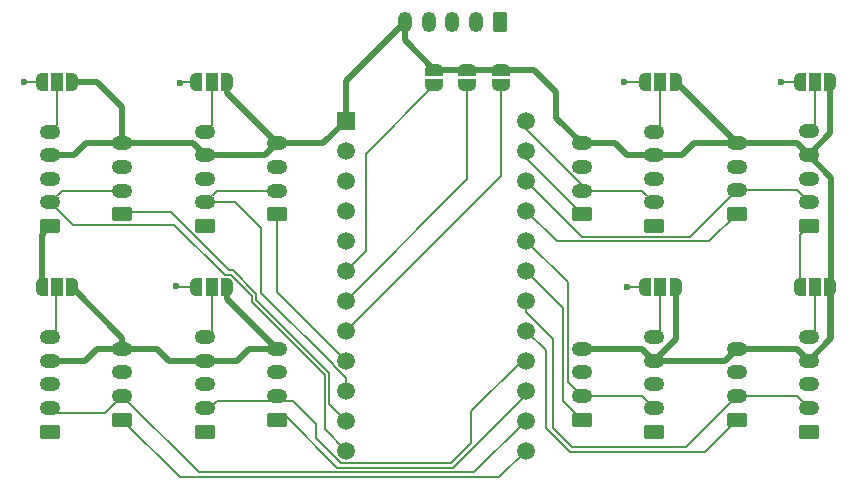
<source format=gbr>
%TF.GenerationSoftware,KiCad,Pcbnew,8.0.5*%
%TF.CreationDate,2025-12-20T23:08:16+05:30*%
%TF.ProjectId,I2C_MUX,4932435f-4d55-4582-9e6b-696361645f70,rev?*%
%TF.SameCoordinates,Original*%
%TF.FileFunction,Copper,L1,Top*%
%TF.FilePolarity,Positive*%
%FSLAX46Y46*%
G04 Gerber Fmt 4.6, Leading zero omitted, Abs format (unit mm)*
G04 Created by KiCad (PCBNEW 8.0.5) date 2025-12-20 23:08:16*
%MOMM*%
%LPD*%
G01*
G04 APERTURE LIST*
G04 Aperture macros list*
%AMRoundRect*
0 Rectangle with rounded corners*
0 $1 Rounding radius*
0 $2 $3 $4 $5 $6 $7 $8 $9 X,Y pos of 4 corners*
0 Add a 4 corners polygon primitive as box body*
4,1,4,$2,$3,$4,$5,$6,$7,$8,$9,$2,$3,0*
0 Add four circle primitives for the rounded corners*
1,1,$1+$1,$2,$3*
1,1,$1+$1,$4,$5*
1,1,$1+$1,$6,$7*
1,1,$1+$1,$8,$9*
0 Add four rect primitives between the rounded corners*
20,1,$1+$1,$2,$3,$4,$5,0*
20,1,$1+$1,$4,$5,$6,$7,0*
20,1,$1+$1,$6,$7,$8,$9,0*
20,1,$1+$1,$8,$9,$2,$3,0*%
%AMFreePoly0*
4,1,19,0.550000,-0.750000,0.000000,-0.750000,0.000000,-0.744911,-0.071157,-0.744911,-0.207708,-0.704816,-0.327430,-0.627875,-0.420627,-0.520320,-0.479746,-0.390866,-0.500000,-0.250000,-0.500000,0.250000,-0.479746,0.390866,-0.420627,0.520320,-0.327430,0.627875,-0.207708,0.704816,-0.071157,0.744911,0.000000,0.744911,0.000000,0.750000,0.550000,0.750000,0.550000,-0.750000,0.550000,-0.750000,
$1*%
%AMFreePoly1*
4,1,19,0.000000,0.744911,0.071157,0.744911,0.207708,0.704816,0.327430,0.627875,0.420627,0.520320,0.479746,0.390866,0.500000,0.250000,0.500000,-0.250000,0.479746,-0.390866,0.420627,-0.520320,0.327430,-0.627875,0.207708,-0.704816,0.071157,-0.744911,0.000000,-0.744911,0.000000,-0.750000,-0.550000,-0.750000,-0.550000,0.750000,0.000000,0.750000,0.000000,0.744911,0.000000,0.744911,
$1*%
%AMFreePoly2*
4,1,19,0.500000,-0.750000,0.000000,-0.750000,0.000000,-0.744911,-0.071157,-0.744911,-0.207708,-0.704816,-0.327430,-0.627875,-0.420627,-0.520320,-0.479746,-0.390866,-0.500000,-0.250000,-0.500000,0.250000,-0.479746,0.390866,-0.420627,0.520320,-0.327430,0.627875,-0.207708,0.704816,-0.071157,0.744911,0.000000,0.744911,0.000000,0.750000,0.500000,0.750000,0.500000,-0.750000,0.500000,-0.750000,
$1*%
%AMFreePoly3*
4,1,19,0.000000,0.744911,0.071157,0.744911,0.207708,0.704816,0.327430,0.627875,0.420627,0.520320,0.479746,0.390866,0.500000,0.250000,0.500000,-0.250000,0.479746,-0.390866,0.420627,-0.520320,0.327430,-0.627875,0.207708,-0.704816,0.071157,-0.744911,0.000000,-0.744911,0.000000,-0.750000,-0.500000,-0.750000,-0.500000,0.750000,0.000000,0.750000,0.000000,0.744911,0.000000,0.744911,
$1*%
G04 Aperture macros list end*
%TA.AperFunction,SMDPad,CuDef*%
%ADD10FreePoly0,0.000000*%
%TD*%
%TA.AperFunction,SMDPad,CuDef*%
%ADD11R,1.000000X1.500000*%
%TD*%
%TA.AperFunction,SMDPad,CuDef*%
%ADD12FreePoly1,0.000000*%
%TD*%
%TA.AperFunction,ComponentPad*%
%ADD13RoundRect,0.250000X0.350000X0.625000X-0.350000X0.625000X-0.350000X-0.625000X0.350000X-0.625000X0*%
%TD*%
%TA.AperFunction,ComponentPad*%
%ADD14O,1.200000X1.750000*%
%TD*%
%TA.AperFunction,ComponentPad*%
%ADD15RoundRect,0.250000X0.625000X-0.350000X0.625000X0.350000X-0.625000X0.350000X-0.625000X-0.350000X0*%
%TD*%
%TA.AperFunction,ComponentPad*%
%ADD16O,1.750000X1.200000*%
%TD*%
%TA.AperFunction,SMDPad,CuDef*%
%ADD17FreePoly2,270.000000*%
%TD*%
%TA.AperFunction,SMDPad,CuDef*%
%ADD18FreePoly3,270.000000*%
%TD*%
%TA.AperFunction,ComponentPad*%
%ADD19R,1.508000X1.508000*%
%TD*%
%TA.AperFunction,ComponentPad*%
%ADD20C,1.508000*%
%TD*%
%TA.AperFunction,ViaPad*%
%ADD21C,0.600000*%
%TD*%
%TA.AperFunction,Conductor*%
%ADD22C,0.200000*%
%TD*%
%TA.AperFunction,Conductor*%
%ADD23C,0.500000*%
%TD*%
G04 APERTURE END LIST*
D10*
%TO.P,DIR2,1,A*%
%TO.N,GND*%
X109880000Y-67449500D03*
D11*
%TO.P,DIR2,2,C*%
%TO.N,/DIR2*%
X111180000Y-67449500D03*
D12*
%TO.P,DIR2,3,B*%
%TO.N,VCC*%
X112480000Y-67449500D03*
%TD*%
D13*
%TO.P,J1,1,Pin_1*%
%TO.N,/RST*%
X148670000Y-62390000D03*
D14*
%TO.P,J1,2,Pin_2*%
%TO.N,/SCL*%
X146670000Y-62390000D03*
%TO.P,J1,3,Pin_3*%
%TO.N,/SDA*%
X144670000Y-62390000D03*
%TO.P,J1,4,Pin_4*%
%TO.N,GND*%
X142670000Y-62390000D03*
%TO.P,J1,5,Pin_5*%
%TO.N,VCC*%
X140670000Y-62390000D03*
%TD*%
D15*
%TO.P,EN3,1,Pin_1*%
%TO.N,GND*%
X110630000Y-97050000D03*
D16*
%TO.P,EN3,2,Pin_2*%
%TO.N,/SCL2*%
X110630000Y-95050000D03*
%TO.P,EN3,3,Pin_3*%
%TO.N,/SDA2*%
X110630000Y-93050000D03*
%TO.P,EN3,4,Pin_4*%
%TO.N,VCC*%
X110630000Y-91050000D03*
%TO.P,EN3,5,Pin_5*%
%TO.N,/DIR3*%
X110630000Y-89050000D03*
%TD*%
D15*
%TO.P,IMU2,1,Pin_1*%
%TO.N,/SDA1*%
X116730000Y-78650000D03*
D16*
%TO.P,IMU2,2,Pin_2*%
%TO.N,/SCL1*%
X116730000Y-76650000D03*
%TO.P,IMU2,3,Pin_3*%
%TO.N,GND*%
X116730000Y-74650000D03*
%TO.P,IMU2,4,Pin_4*%
%TO.N,VCC*%
X116730000Y-72650000D03*
%TD*%
D10*
%TO.P,DIR7,1,A*%
%TO.N,GND*%
X174070000Y-67449500D03*
D11*
%TO.P,DIR7,2,C*%
%TO.N,/DIR7*%
X175370000Y-67449500D03*
D12*
%TO.P,DIR7,3,B*%
%TO.N,VCC*%
X176670000Y-67449500D03*
%TD*%
D15*
%TO.P,IMU5,1,Pin_1*%
%TO.N,/SDA4*%
X168720000Y-96050000D03*
D16*
%TO.P,IMU5,2,Pin_2*%
%TO.N,/SCL4*%
X168720000Y-94050000D03*
%TO.P,IMU5,3,Pin_3*%
%TO.N,GND*%
X168720000Y-92050000D03*
%TO.P,IMU5,4,Pin_4*%
%TO.N,VCC*%
X168720000Y-90050000D03*
%TD*%
D10*
%TO.P,DIR4,1,A*%
%TO.N,GND*%
X122980000Y-84849500D03*
D11*
%TO.P,DIR4,2,C*%
%TO.N,/DIR4*%
X124280000Y-84849500D03*
D12*
%TO.P,DIR4,3,B*%
%TO.N,VCC*%
X125580000Y-84849500D03*
%TD*%
D10*
%TO.P,DIR8,1,A*%
%TO.N,GND*%
X160970000Y-67449500D03*
D11*
%TO.P,DIR8,2,C*%
%TO.N,/DIR8*%
X162270000Y-67449500D03*
D12*
%TO.P,DIR8,3,B*%
%TO.N,VCC*%
X163570000Y-67449500D03*
%TD*%
D10*
%TO.P,DIR6,1,A*%
%TO.N,GND*%
X160970000Y-84849500D03*
D11*
%TO.P,DIR6,2,C*%
%TO.N,/DIR6*%
X162270000Y-84849500D03*
D12*
%TO.P,DIR6,3,B*%
%TO.N,VCC*%
X163570000Y-84849500D03*
%TD*%
D15*
%TO.P,EN7,1,Pin_1*%
%TO.N,GND*%
X174820000Y-79640000D03*
D16*
%TO.P,EN7,2,Pin_2*%
%TO.N,/SCL6*%
X174820000Y-77640000D03*
%TO.P,EN7,3,Pin_3*%
%TO.N,/SDA6*%
X174820000Y-75640000D03*
%TO.P,EN7,4,Pin_4*%
%TO.N,VCC*%
X174820000Y-73640000D03*
%TO.P,EN7,5,Pin_5*%
%TO.N,/DIR7*%
X174820000Y-71640000D03*
%TD*%
D15*
%TO.P,IMU3,1,Pin_1*%
%TO.N,/SDA2*%
X116730000Y-96050000D03*
D16*
%TO.P,IMU3,2,Pin_2*%
%TO.N,/SCL2*%
X116730000Y-94050000D03*
%TO.P,IMU3,3,Pin_3*%
%TO.N,GND*%
X116730000Y-92050000D03*
%TO.P,IMU3,4,Pin_4*%
%TO.N,VCC*%
X116730000Y-90050000D03*
%TD*%
D15*
%TO.P,EN8,1,Pin_1*%
%TO.N,GND*%
X161720000Y-79650000D03*
D16*
%TO.P,EN8,2,Pin_2*%
%TO.N,/SCL7*%
X161720000Y-77650000D03*
%TO.P,EN8,3,Pin_3*%
%TO.N,/SDA7*%
X161720000Y-75650000D03*
%TO.P,EN8,4,Pin_4*%
%TO.N,VCC*%
X161720000Y-73650000D03*
%TO.P,EN8,5,Pin_5*%
%TO.N,/DIR8*%
X161720000Y-71650000D03*
%TD*%
D17*
%TO.P,A1,1,A*%
%TO.N,VCC*%
X145940000Y-66410000D03*
D18*
%TO.P,A1,2,B*%
%TO.N,Net-(JP2-B)*%
X145940000Y-67710000D03*
%TD*%
D15*
%TO.P,EN4,1,Pin_1*%
%TO.N,GND*%
X123730000Y-97050000D03*
D16*
%TO.P,EN4,2,Pin_2*%
%TO.N,/SCL3*%
X123730000Y-95050000D03*
%TO.P,EN4,3,Pin_3*%
%TO.N,/SDA3*%
X123730000Y-93050000D03*
%TO.P,EN4,4,Pin_4*%
%TO.N,VCC*%
X123730000Y-91050000D03*
%TO.P,EN4,5,Pin_5*%
%TO.N,/DIR4*%
X123730000Y-89050000D03*
%TD*%
D15*
%TO.P,IMU7,1,Pin_1*%
%TO.N,/SDA6*%
X168720000Y-78630000D03*
D16*
%TO.P,IMU7,2,Pin_2*%
%TO.N,/SCL6*%
X168720000Y-76630000D03*
%TO.P,IMU7,3,Pin_3*%
%TO.N,GND*%
X168720000Y-74630000D03*
%TO.P,IMU7,4,Pin_4*%
%TO.N,VCC*%
X168720000Y-72630000D03*
%TD*%
D10*
%TO.P,DIR1,1,A*%
%TO.N,GND*%
X122980000Y-67449500D03*
D11*
%TO.P,DIR1,2,C*%
%TO.N,/DIR1*%
X124280000Y-67449500D03*
D12*
%TO.P,DIR1,3,B*%
%TO.N,VCC*%
X125580000Y-67449500D03*
%TD*%
D15*
%TO.P,IMU6,1,Pin_1*%
%TO.N,/SDA5*%
X155620000Y-96050000D03*
D16*
%TO.P,IMU6,2,Pin_2*%
%TO.N,/SCL5*%
X155620000Y-94050000D03*
%TO.P,IMU6,3,Pin_3*%
%TO.N,GND*%
X155620000Y-92050000D03*
%TO.P,IMU6,4,Pin_4*%
%TO.N,VCC*%
X155620000Y-90050000D03*
%TD*%
D17*
%TO.P,A0,1,A*%
%TO.N,VCC*%
X143140000Y-66410000D03*
D18*
%TO.P,A0,2,B*%
%TO.N,Net-(JP1-B)*%
X143140000Y-67710000D03*
%TD*%
D10*
%TO.P,DIR3,1,A*%
%TO.N,GND*%
X109880000Y-84849500D03*
D11*
%TO.P,DIR3,2,C*%
%TO.N,/DIR3*%
X111180000Y-84849500D03*
D12*
%TO.P,DIR3,3,B*%
%TO.N,VCC*%
X112480000Y-84849500D03*
%TD*%
D15*
%TO.P,EN6,1,Pin_1*%
%TO.N,GND*%
X161720000Y-97050000D03*
D16*
%TO.P,EN6,2,Pin_2*%
%TO.N,/SCL5*%
X161720000Y-95050000D03*
%TO.P,EN6,3,Pin_3*%
%TO.N,/SDA5*%
X161720000Y-93050000D03*
%TO.P,EN6,4,Pin_4*%
%TO.N,VCC*%
X161720000Y-91050000D03*
%TO.P,EN6,5,Pin_5*%
%TO.N,/DIR6*%
X161720000Y-89050000D03*
%TD*%
D15*
%TO.P,IMU8,1,Pin_1*%
%TO.N,/SDA7*%
X155620000Y-78650000D03*
D16*
%TO.P,IMU8,2,Pin_2*%
%TO.N,/SCL7*%
X155620000Y-76650000D03*
%TO.P,IMU8,3,Pin_3*%
%TO.N,GND*%
X155620000Y-74650000D03*
%TO.P,IMU8,4,Pin_4*%
%TO.N,VCC*%
X155620000Y-72650000D03*
%TD*%
D19*
%TO.P,U1,1,VIN*%
%TO.N,VCC*%
X135660000Y-70720000D03*
D20*
%TO.P,U1,2,GND*%
%TO.N,GND*%
X135660000Y-73260000D03*
%TO.P,U1,3,SDA*%
%TO.N,/SDA*%
X135660000Y-75800000D03*
%TO.P,U1,4,SCL*%
%TO.N,/SCL*%
X135660000Y-78340000D03*
%TO.P,U1,5,RST*%
%TO.N,/RST*%
X135660000Y-80880000D03*
%TO.P,U1,6,A0*%
%TO.N,Net-(JP1-B)*%
X135660000Y-83420000D03*
%TO.P,U1,7,A1*%
%TO.N,Net-(JP2-B)*%
X135660000Y-85960000D03*
%TO.P,U1,8,A2*%
%TO.N,Net-(JP3-B)*%
X135660000Y-88500000D03*
%TO.P,U1,9,SDA0*%
%TO.N,/SDA0*%
X135660000Y-91040000D03*
%TO.P,U1,10,SCL0*%
%TO.N,/SCL0*%
X135660000Y-93580000D03*
%TO.P,U1,11,SDA1*%
%TO.N,/SDA1*%
X135660000Y-96120000D03*
%TO.P,U1,12,SCL1*%
%TO.N,/SCL1*%
X135660000Y-98660000D03*
%TO.P,U1,13,SDA2*%
%TO.N,/SDA2*%
X150900000Y-98660000D03*
%TO.P,U1,14,SCL2*%
%TO.N,/SCL2*%
X150900000Y-96120000D03*
%TO.P,U1,15,SDA3*%
%TO.N,/SDA3*%
X150900000Y-93580000D03*
%TO.P,U1,16,SCL3*%
%TO.N,/SCL3*%
X150900000Y-91040000D03*
%TO.P,U1,17,SDA4*%
%TO.N,/SDA4*%
X150900000Y-88500000D03*
%TO.P,U1,18,SCL4*%
%TO.N,/SCL4*%
X150900000Y-85960000D03*
%TO.P,U1,19,SDA5*%
%TO.N,/SDA5*%
X150900000Y-83420000D03*
%TO.P,U1,20,SCL5*%
%TO.N,/SCL5*%
X150900000Y-80880000D03*
%TO.P,U1,21,SDA6*%
%TO.N,/SDA6*%
X150900000Y-78340000D03*
%TO.P,U1,22,SCL6*%
%TO.N,/SCL6*%
X150900000Y-75800000D03*
%TO.P,U1,23,SDA7*%
%TO.N,/SDA7*%
X150900000Y-73260000D03*
%TO.P,U1,24,SCL7*%
%TO.N,/SCL7*%
X150900000Y-70720000D03*
%TD*%
D15*
%TO.P,IMU4,1,Pin_1*%
%TO.N,/SDA3*%
X129830000Y-96050000D03*
D16*
%TO.P,IMU4,2,Pin_2*%
%TO.N,/SCL3*%
X129830000Y-94050000D03*
%TO.P,IMU4,3,Pin_3*%
%TO.N,GND*%
X129830000Y-92050000D03*
%TO.P,IMU4,4,Pin_4*%
%TO.N,VCC*%
X129830000Y-90050000D03*
%TD*%
D15*
%TO.P,EN1,1,Pin_1*%
%TO.N,GND*%
X123730000Y-79650000D03*
D16*
%TO.P,EN1,2,Pin_2*%
%TO.N,/SCL0*%
X123730000Y-77650000D03*
%TO.P,EN1,3,Pin_3*%
%TO.N,/SDA0*%
X123730000Y-75650000D03*
%TO.P,EN1,4,Pin_4*%
%TO.N,VCC*%
X123730000Y-73650000D03*
%TO.P,EN1,5,Pin_5*%
%TO.N,/DIR1*%
X123730000Y-71650000D03*
%TD*%
D10*
%TO.P,DIR5,1,A*%
%TO.N,GND*%
X174070000Y-84849500D03*
D11*
%TO.P,DIR5,2,C*%
%TO.N,/DIR5*%
X175370000Y-84849500D03*
D12*
%TO.P,DIR5,3,B*%
%TO.N,VCC*%
X176670000Y-84849500D03*
%TD*%
D17*
%TO.P,A2,1,A*%
%TO.N,VCC*%
X148740000Y-66410000D03*
D18*
%TO.P,A2,2,B*%
%TO.N,Net-(JP3-B)*%
X148740000Y-67710000D03*
%TD*%
D15*
%TO.P,EN2,1,Pin_1*%
%TO.N,GND*%
X110630000Y-79650000D03*
D16*
%TO.P,EN2,2,Pin_2*%
%TO.N,/SCL1*%
X110630000Y-77650000D03*
%TO.P,EN2,3,Pin_3*%
%TO.N,/SDA1*%
X110630000Y-75650000D03*
%TO.P,EN2,4,Pin_4*%
%TO.N,VCC*%
X110630000Y-73650000D03*
%TO.P,EN2,5,Pin_5*%
%TO.N,/DIR2*%
X110630000Y-71650000D03*
%TD*%
D15*
%TO.P,EN5,1,Pin_1*%
%TO.N,GND*%
X174820000Y-97050000D03*
D16*
%TO.P,EN5,2,Pin_2*%
%TO.N,/SCL4*%
X174820000Y-95050000D03*
%TO.P,EN5,3,Pin_3*%
%TO.N,/SDA4*%
X174820000Y-93050000D03*
%TO.P,EN5,4,Pin_4*%
%TO.N,VCC*%
X174820000Y-91050000D03*
%TO.P,EN5,5,Pin_5*%
%TO.N,/DIR5*%
X174820000Y-89050000D03*
%TD*%
D15*
%TO.P,IMU1,1,Pin_1*%
%TO.N,/SDA0*%
X129830000Y-78650000D03*
D16*
%TO.P,IMU1,2,Pin_2*%
%TO.N,/SCL0*%
X129830000Y-76650000D03*
%TO.P,IMU1,3,Pin_3*%
%TO.N,GND*%
X129830000Y-74650000D03*
%TO.P,IMU1,4,Pin_4*%
%TO.N,VCC*%
X129830000Y-72650000D03*
%TD*%
D21*
%TO.N,GND*%
X159410000Y-84840000D03*
X159200000Y-67480000D03*
X121570000Y-67520000D03*
X121290000Y-84770000D03*
X172510000Y-67430000D03*
X108390000Y-67500000D03*
%TD*%
D22*
%TO.N,GND*%
X122980000Y-84849500D02*
X121369500Y-84849500D01*
X159419500Y-84849500D02*
X159410000Y-84840000D01*
X160970000Y-67449500D02*
X159230500Y-67449500D01*
X108440500Y-67449500D02*
X108390000Y-67500000D01*
D23*
X109880000Y-80400000D02*
X109880000Y-84849500D01*
D22*
X121369500Y-84849500D02*
X121290000Y-84770000D01*
X109880000Y-67449500D02*
X108440500Y-67449500D01*
X174070000Y-67449500D02*
X172529500Y-67449500D01*
X121640500Y-67449500D02*
X121570000Y-67520000D01*
X122980000Y-67449500D02*
X121640500Y-67449500D01*
X174070000Y-84849500D02*
X174070000Y-80390000D01*
X160970000Y-84849500D02*
X159419500Y-84849500D01*
X174070000Y-80390000D02*
X174820000Y-79640000D01*
X172529500Y-67449500D02*
X172510000Y-67430000D01*
X159230500Y-67449500D02*
X159200000Y-67480000D01*
D23*
X110630000Y-79650000D02*
X109880000Y-80400000D01*
D22*
%TO.N,/DIR1*%
X124280000Y-67449500D02*
X124280000Y-71100000D01*
X124280000Y-71100000D02*
X123730000Y-71650000D01*
D23*
%TO.N,VCC*%
X163570000Y-67449500D02*
X168720000Y-72599500D01*
X168720000Y-72630000D02*
X165140000Y-72630000D01*
X173820000Y-90050000D02*
X174820000Y-91050000D01*
X155620000Y-72650000D02*
X153470000Y-70500000D01*
X116730000Y-72650000D02*
X113620000Y-72650000D01*
X158410000Y-72650000D02*
X155620000Y-72650000D01*
X112620000Y-73650000D02*
X110630000Y-73650000D01*
X145940000Y-66410000D02*
X148740000Y-66410000D01*
X176730000Y-75550000D02*
X174820000Y-73640000D01*
X126440000Y-91050000D02*
X127440000Y-90050000D01*
X176670000Y-89200000D02*
X176670000Y-84849500D01*
X143140000Y-66355000D02*
X143140000Y-66410000D01*
X128830000Y-73650000D02*
X129830000Y-72650000D01*
X167720000Y-91050000D02*
X168720000Y-90050000D01*
X125580000Y-84849500D02*
X125580000Y-85800000D01*
X161720000Y-73650000D02*
X159410000Y-73650000D01*
X140670000Y-62390000D02*
X140670000Y-63940000D01*
X129830000Y-72650000D02*
X133730000Y-72650000D01*
X164120000Y-73650000D02*
X161720000Y-73650000D01*
X113620000Y-72650000D02*
X112620000Y-73650000D01*
X135660000Y-67400000D02*
X135660000Y-70720000D01*
X165140000Y-72630000D02*
X164120000Y-73650000D01*
X123730000Y-91050000D02*
X126440000Y-91050000D01*
X151590000Y-66410000D02*
X148740000Y-66410000D01*
X125580000Y-68400000D02*
X129830000Y-72650000D01*
X116730000Y-89099500D02*
X116730000Y-90050000D01*
X159410000Y-73650000D02*
X158410000Y-72650000D01*
X153470000Y-70500000D02*
X153470000Y-68290000D01*
X176670000Y-67449500D02*
X176670000Y-71790000D01*
X114540000Y-90050000D02*
X116730000Y-90050000D01*
X120680000Y-91050000D02*
X123730000Y-91050000D01*
X116730000Y-89099500D02*
X112480000Y-84849500D01*
X153470000Y-68290000D02*
X151590000Y-66410000D01*
X123730000Y-73650000D02*
X128830000Y-73650000D01*
X140670000Y-62390000D02*
X135660000Y-67400000D01*
X113540000Y-91050000D02*
X114540000Y-90050000D01*
X125580000Y-85800000D02*
X129830000Y-90050000D01*
X133730000Y-72650000D02*
X135660000Y-70720000D01*
X116730000Y-72650000D02*
X122730000Y-72650000D01*
X176730000Y-89140000D02*
X176730000Y-75550000D01*
X168720000Y-90050000D02*
X173820000Y-90050000D01*
X168720000Y-72599500D02*
X168720000Y-72630000D01*
X174820000Y-91050000D02*
X176730000Y-89140000D01*
X168720000Y-72630000D02*
X173810000Y-72630000D01*
X125580000Y-67449500D02*
X125580000Y-68400000D01*
X116730000Y-72650000D02*
X116730000Y-69570000D01*
X155620000Y-90050000D02*
X160720000Y-90050000D01*
X161720000Y-91050000D02*
X167720000Y-91050000D01*
X176670000Y-71790000D02*
X174820000Y-73640000D01*
X174820000Y-91050000D02*
X176670000Y-89200000D01*
X163570000Y-84849500D02*
X163570000Y-89200000D01*
X143140000Y-66410000D02*
X145940000Y-66410000D01*
X116730000Y-69570000D02*
X114609500Y-67449500D01*
X114609500Y-67449500D02*
X112480000Y-67449500D01*
X155090000Y-72650000D02*
X155620000Y-72650000D01*
X116730000Y-90050000D02*
X119680000Y-90050000D01*
X110630000Y-91050000D02*
X113540000Y-91050000D01*
X119680000Y-90050000D02*
X120680000Y-91050000D01*
X160720000Y-90050000D02*
X161720000Y-91050000D01*
X127440000Y-90050000D02*
X129830000Y-90050000D01*
X173810000Y-72630000D02*
X174820000Y-73640000D01*
X122730000Y-72650000D02*
X123730000Y-73650000D01*
X140670000Y-63940000D02*
X143140000Y-66410000D01*
X163570000Y-89200000D02*
X161720000Y-91050000D01*
D22*
%TO.N,/SCL0*%
X128460000Y-79850000D02*
X128460000Y-85300000D01*
X129830000Y-76650000D02*
X124730000Y-76650000D01*
X134606000Y-91476582D02*
X135223418Y-92094000D01*
X135223418Y-92094000D02*
X135254000Y-92094000D01*
X134606000Y-91446000D02*
X134606000Y-91476582D01*
X135660000Y-92500000D02*
X135660000Y-93580000D01*
X124730000Y-76650000D02*
X123730000Y-77650000D01*
X135254000Y-92094000D02*
X135660000Y-92500000D01*
X123730000Y-77650000D02*
X126260000Y-77650000D01*
X128460000Y-85300000D02*
X134606000Y-91446000D01*
X126260000Y-77650000D02*
X128460000Y-79850000D01*
%TO.N,/SDA0*%
X129830000Y-78650000D02*
X129830000Y-85210000D01*
X129830000Y-85210000D02*
X135660000Y-91040000D01*
%TO.N,/SDA1*%
X128060000Y-85910000D02*
X134240000Y-92090000D01*
X134240000Y-94700000D02*
X135660000Y-96120000D01*
X120820256Y-78500000D02*
X125714756Y-83394500D01*
X135660000Y-95660000D02*
X135660000Y-96120000D01*
X128060000Y-85369937D02*
X128060000Y-85910000D01*
X116730000Y-78650000D02*
X116880000Y-78500000D01*
X116880000Y-78500000D02*
X120820256Y-78500000D01*
X134240000Y-92090000D02*
X134240000Y-94700000D01*
X126084563Y-83394500D02*
X128060000Y-85369937D01*
X125714756Y-83394500D02*
X126084563Y-83394500D01*
%TO.N,/SCL1*%
X125918877Y-83794500D02*
X127660000Y-85535623D01*
X133840000Y-92255686D02*
X133840000Y-96840000D01*
X125378814Y-83794500D02*
X125918877Y-83794500D01*
X116730000Y-76650000D02*
X111630000Y-76650000D01*
X110630000Y-77650000D02*
X112530000Y-79550000D01*
X112530000Y-79550000D02*
X121134314Y-79550000D01*
X127660000Y-86075686D02*
X133840000Y-92255686D01*
X127660000Y-85535623D02*
X127660000Y-86075686D01*
X133840000Y-96840000D02*
X135660000Y-98660000D01*
X111630000Y-76650000D02*
X110630000Y-77650000D01*
X121134314Y-79550000D02*
X125378814Y-83794500D01*
%TO.N,/SCL2*%
X115260000Y-95490000D02*
X116260000Y-94490000D01*
X116730000Y-94050000D02*
X123194000Y-100514000D01*
X110630000Y-95490000D02*
X115260000Y-95490000D01*
X123194000Y-100514000D02*
X146506000Y-100514000D01*
X116260000Y-94490000D02*
X116730000Y-94490000D01*
X146506000Y-100514000D02*
X150900000Y-96120000D01*
%TO.N,/SDA2*%
X121594000Y-100914000D02*
X148646000Y-100914000D01*
X116730000Y-96050000D02*
X121594000Y-100914000D01*
X148646000Y-100914000D02*
X150900000Y-98660000D01*
%TO.N,/SDA3*%
X144741686Y-100114000D02*
X150900000Y-93955686D01*
X129830000Y-96490000D02*
X130547157Y-95772843D01*
X130547157Y-95772843D02*
X134888314Y-100114000D01*
X150900000Y-93955686D02*
X150900000Y-93580000D01*
X134888314Y-100114000D02*
X144741686Y-100114000D01*
%TO.N,/SCL3*%
X133110000Y-97600582D02*
X135223418Y-99714000D01*
X146256000Y-98034000D02*
X146256000Y-95344000D01*
X133110000Y-96400000D02*
X133110000Y-97600582D01*
X150560000Y-91040000D02*
X150900000Y-91040000D01*
X131200000Y-94490000D02*
X133110000Y-96400000D01*
X123730000Y-95490000D02*
X124730000Y-94490000D01*
X124730000Y-94490000D02*
X131200000Y-94490000D01*
X144576000Y-99714000D02*
X146256000Y-98034000D01*
X135223418Y-99714000D02*
X144576000Y-99714000D01*
X146256000Y-95344000D02*
X150560000Y-91040000D01*
%TO.N,/SCL4*%
X164420000Y-98350000D02*
X154760000Y-98350000D01*
X150900000Y-86920000D02*
X150900000Y-85960000D01*
X153200000Y-96790000D02*
X153200000Y-89220000D01*
X153200000Y-89220000D02*
X150900000Y-86920000D01*
X154760000Y-98350000D02*
X153200000Y-96790000D01*
X168720000Y-94050000D02*
X173820000Y-94050000D01*
X173820000Y-94050000D02*
X174820000Y-95050000D01*
X168720000Y-94050000D02*
X164420000Y-98350000D01*
%TO.N,/SDA4*%
X168720000Y-96050000D02*
X166020000Y-98750000D01*
X166020000Y-98750000D02*
X154594314Y-98750000D01*
X154594314Y-98750000D02*
X152580000Y-96735686D01*
X152580000Y-90180000D02*
X150900000Y-88500000D01*
X152580000Y-96735686D02*
X152580000Y-90180000D01*
%TO.N,/DIR2*%
X111180000Y-67449500D02*
X111180000Y-71100000D01*
X111180000Y-71100000D02*
X110630000Y-71650000D01*
%TO.N,/SCL5*%
X154445000Y-92875000D02*
X154445000Y-84425000D01*
X154445000Y-84425000D02*
X150900000Y-80880000D01*
X155620000Y-94050000D02*
X160720000Y-94050000D01*
X160720000Y-94050000D02*
X161720000Y-95050000D01*
X155620000Y-94050000D02*
X154445000Y-92875000D01*
%TO.N,/SDA5*%
X155620000Y-96050000D02*
X154045000Y-94475000D01*
X154045000Y-86565000D02*
X150900000Y-83420000D01*
X154045000Y-94475000D02*
X154045000Y-86565000D01*
%TO.N,/SDA6*%
X166400000Y-80950000D02*
X153510000Y-80950000D01*
X168720000Y-78630000D02*
X166400000Y-80950000D01*
X153510000Y-80950000D02*
X150900000Y-78340000D01*
%TO.N,/SCL6*%
X155650000Y-80550000D02*
X150900000Y-75800000D01*
X168720000Y-76630000D02*
X164800000Y-80550000D01*
X168720000Y-76630000D02*
X173810000Y-76630000D01*
X164800000Y-80550000D02*
X155650000Y-80550000D01*
X173810000Y-76630000D02*
X174820000Y-77640000D01*
%TO.N,/SCL7*%
X150900000Y-71477792D02*
X155620000Y-76197792D01*
X155620000Y-76197792D02*
X155620000Y-76650000D01*
X160720000Y-76650000D02*
X161720000Y-77650000D01*
X155620000Y-76650000D02*
X160720000Y-76650000D01*
X150900000Y-70720000D02*
X150900000Y-71477792D01*
%TO.N,/SDA7*%
X150900000Y-73260000D02*
X150900000Y-73930000D01*
X150900000Y-73930000D02*
X155620000Y-78650000D01*
%TO.N,Net-(JP1-B)*%
X137330000Y-81750000D02*
X135660000Y-83420000D01*
X143140000Y-67710000D02*
X137330000Y-73520000D01*
X137330000Y-73520000D02*
X137330000Y-81750000D01*
%TO.N,Net-(JP2-B)*%
X145940000Y-75680000D02*
X135660000Y-85960000D01*
X145940000Y-67710000D02*
X145940000Y-75680000D01*
%TO.N,Net-(JP3-B)*%
X148740000Y-75420000D02*
X135660000Y-88500000D01*
X148740000Y-67710000D02*
X148740000Y-75420000D01*
%TO.N,/DIR3*%
X111110000Y-84919500D02*
X111180000Y-84849500D01*
X111110000Y-88570000D02*
X111110000Y-84919500D01*
X110630000Y-89050000D02*
X111110000Y-88570000D01*
%TO.N,/DIR4*%
X123730000Y-89050000D02*
X124280000Y-88500000D01*
X124280000Y-88500000D02*
X124280000Y-84849500D01*
%TO.N,/DIR5*%
X175370000Y-84849500D02*
X175370000Y-88500000D01*
X175370000Y-88500000D02*
X174820000Y-89050000D01*
%TO.N,/DIR6*%
X162270000Y-84849500D02*
X162270000Y-88500000D01*
X162270000Y-88500000D02*
X161720000Y-89050000D01*
%TO.N,/DIR7*%
X175370000Y-67449500D02*
X175370000Y-71090000D01*
X175370000Y-71090000D02*
X174820000Y-71640000D01*
%TO.N,/DIR8*%
X162270000Y-71100000D02*
X161720000Y-71650000D01*
X162270000Y-67449500D02*
X162270000Y-71100000D01*
%TD*%
M02*

</source>
